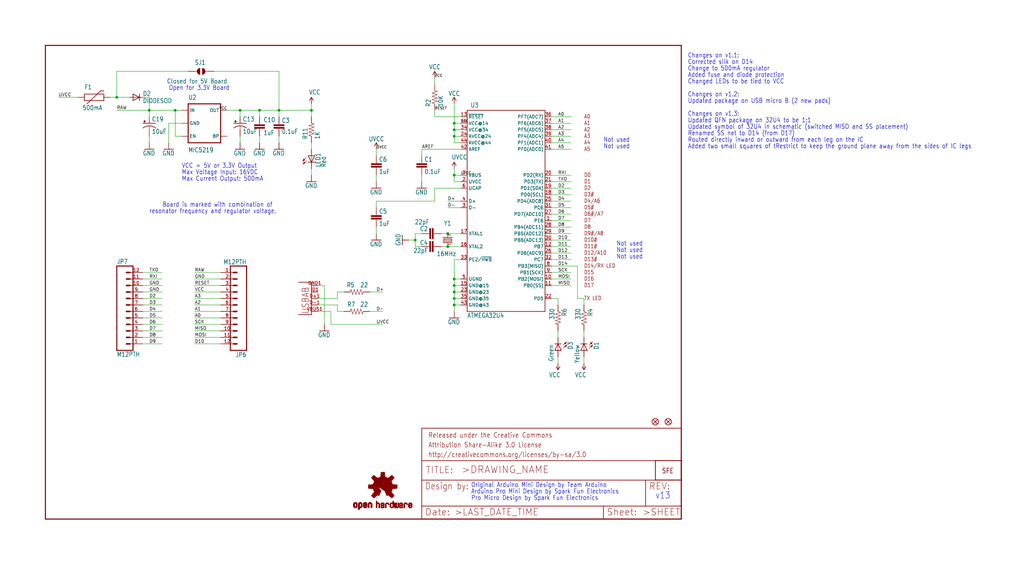
<source format=kicad_sch>
(kicad_sch (version 20211123) (generator eeschema)
  (paper "User" 400.863 223.926)
  (lib_symbols
    (symbol "eagleSchem-eagle-import:3.3V" (power)
      (property "Value" "3.3V" (at -1.016 3.556 0))
      (symbol "3.3V_1_0"
        (pin power_in line (at 0 0 90) (length 2.54) (name "3.3V") (number "1"))
      )
    )
    (symbol "eagleSchem-eagle-import:ATMEGA32U4OUTFAKES"
      (property "Value" "ATMEGA32U4OUTFAKES" (at -15.24 -43.18 0))
      (symbol "ATMEGA32U4OUTFAKES_1_0"
        (text "A0" (at 30.48 34.798 0) (effects (font (size 1.524 1.2954)) (justify left bottom)))
        (text "A1" (at 30.48 32.258 0) (effects (font (size 1.524 1.2954)) (justify left bottom)))
        (text "A2" (at 30.48 29.718 0) (effects (font (size 1.524 1.2954)) (justify left bottom)))
        (text "A3" (at 30.48 27.178 0) (effects (font (size 1.524 1.2954)) (justify left bottom)))
        (text "A4" (at 30.48 24.638 0) (effects (font (size 1.524 1.2954)) (justify left bottom)))
        (text "A5" (at 30.48 22.098 0) (effects (font (size 1.524 1.2954)) (justify left bottom)))
        (text "D0" (at 30.48 11.938 0) (effects (font (size 1.524 1.2954)) (justify left bottom)))
        (text "D1" (at 30.48 9.398 0) (effects (font (size 1.524 1.2954)) (justify left bottom)))
        (text "D10#" (at 30.48 -13.462 0) (effects (font (size 1.524 1.2954)) (justify left bottom)))
        (text "D11#" (at 30.48 -16.002 0) (effects (font (size 1.524 1.2954)) (justify left bottom)))
        (text "D12/A10" (at 30.48 -18.542 0) (effects (font (size 1.524 1.2954)) (justify left bottom)))
        (text "D13#" (at 30.48 -21.082 0) (effects (font (size 1.524 1.2954)) (justify left bottom)))
        (text "D14/RX LED" (at 30.48 -23.622 0) (effects (font (size 1.524 1.2954)) (justify left bottom)))
        (text "D15" (at 30.48 -26.162 0) (effects (font (size 1.524 1.2954)) (justify left bottom)))
        (text "D16" (at 30.48 -28.702 0) (effects (font (size 1.524 1.2954)) (justify left bottom)))
        (text "D17" (at 30.48 -31.242 0) (effects (font (size 1.524 1.2954)) (justify left bottom)))
        (text "D2" (at 30.48 6.858 0) (effects (font (size 1.524 1.2954)) (justify left bottom)))
        (text "D3#" (at 30.48 4.318 0) (effects (font (size 1.524 1.2954)) (justify left bottom)))
        (text "D4/A6" (at 30.48 1.778 0) (effects (font (size 1.524 1.2954)) (justify left bottom)))
        (text "D5#" (at 30.48 -0.762 0) (effects (font (size 1.524 1.2954)) (justify left bottom)))
        (text "D6#/A7" (at 30.48 -3.302 0) (effects (font (size 1.524 1.2954)) (justify left bottom)))
        (text "D7" (at 30.48 -5.842 0) (effects (font (size 1.524 1.2954)) (justify left bottom)))
        (text "D8" (at 30.48 -8.382 0) (effects (font (size 1.524 1.2954)) (justify left bottom)))
        (text "D9#/A8" (at 30.48 -10.922 0) (effects (font (size 1.524 1.2954)) (justify left bottom)))
        (text "TX LED" (at 30.48 -36.322 0) (effects (font (size 1.524 1.2954)) (justify left bottom)))
        (pin bidirectional line (at 17.78 -5.08 180) (length 2.54) (name "PE6") (number "1"))
        (pin bidirectional line (at 17.78 -27.94 180) (length 2.54) (name "PB2(MOSI)") (number "10"))
        (pin bidirectional line (at 17.78 -30.48 180) (length 2.54) (name "PB0(SS)") (number "11"))
        (pin bidirectional line (at 17.78 -15.24 180) (length 2.54) (name "PB7") (number "12"))
        (pin bidirectional line (at -17.78 35.56 0) (length 2.54) (name "~{RESET}") (number "13"))
        (pin bidirectional line (at -17.78 33.02 0) (length 2.54) (name "VCC@14") (number "14"))
        (pin bidirectional line (at -17.78 -30.48 0) (length 2.54) (name "GND@15") (number "15"))
        (pin bidirectional line (at -17.78 -15.24 0) (length 2.54) (name "XTAL2") (number "16"))
        (pin bidirectional line (at -17.78 -10.16 0) (length 2.54) (name "XTAL1") (number "17"))
        (pin bidirectional line (at 17.78 5.08 180) (length 2.54) (name "PD0(SCL)") (number "18"))
        (pin bidirectional line (at 17.78 7.62 180) (length 2.54) (name "PD1(SDA)") (number "19"))
        (pin bidirectional line (at -17.78 10.16 0) (length 2.54) (name "UVCC") (number "2"))
        (pin bidirectional line (at 17.78 12.7 180) (length 2.54) (name "PD2(RX)") (number "20"))
        (pin bidirectional line (at 17.78 10.16 180) (length 2.54) (name "PD3(TX)") (number "21"))
        (pin bidirectional line (at 17.78 -35.56 180) (length 2.54) (name "PD5") (number "22"))
        (pin bidirectional line (at -17.78 -33.02 0) (length 2.54) (name "GND@23") (number "23"))
        (pin bidirectional line (at -17.78 27.94 0) (length 2.54) (name "AVCC@24") (number "24"))
        (pin bidirectional line (at 17.78 2.54 180) (length 2.54) (name "PD4(ADC8)") (number "25"))
        (pin bidirectional line (at 17.78 -17.78 180) (length 2.54) (name "PD6(ADC9)") (number "26"))
        (pin bidirectional line (at 17.78 -2.54 180) (length 2.54) (name "PD7(ADC10)") (number "27"))
        (pin bidirectional line (at 17.78 -7.62 180) (length 2.54) (name "PB4(ADC11)") (number "28"))
        (pin bidirectional line (at 17.78 -10.16 180) (length 2.54) (name "PB5(ADC12)") (number "29"))
        (pin bidirectional line (at -17.78 0 0) (length 2.54) (name "D-") (number "3"))
        (pin bidirectional line (at 17.78 -12.7 180) (length 2.54) (name "PB6(ADC13)") (number "30"))
        (pin bidirectional line (at 17.78 0 180) (length 2.54) (name "PC6") (number "31"))
        (pin bidirectional line (at 17.78 -20.32 180) (length 2.54) (name "PC7") (number "32"))
        (pin bidirectional line (at -17.78 -20.32 0) (length 2.54) (name "PE2/~{HWB}") (number "33"))
        (pin bidirectional line (at -17.78 30.48 0) (length 2.54) (name "VCC@34") (number "34"))
        (pin bidirectional line (at -17.78 -35.56 0) (length 2.54) (name "GND@35") (number "35"))
        (pin bidirectional line (at 17.78 35.56 180) (length 2.54) (name "PF7(ADC7)") (number "36"))
        (pin bidirectional line (at 17.78 33.02 180) (length 2.54) (name "PF6(ADC6)") (number "37"))
        (pin bidirectional line (at 17.78 30.48 180) (length 2.54) (name "PF5(ADC5)") (number "38"))
        (pin bidirectional line (at 17.78 27.94 180) (length 2.54) (name "PF4(ADC4)") (number "39"))
        (pin bidirectional line (at -17.78 2.54 0) (length 2.54) (name "D+") (number "4"))
        (pin bidirectional line (at 17.78 25.4 180) (length 2.54) (name "PF1(ADC1)") (number "40"))
        (pin bidirectional line (at 17.78 22.86 180) (length 2.54) (name "PF0(ADC0)") (number "41"))
        (pin bidirectional line (at -17.78 22.86 0) (length 2.54) (name "AREF") (number "42"))
        (pin bidirectional line (at -17.78 -38.1 0) (length 2.54) (name "GND@43") (number "43"))
        (pin bidirectional line (at -17.78 25.4 0) (length 2.54) (name "AVCC@44") (number "44"))
        (pin bidirectional line (at -17.78 -27.94 0) (length 2.54) (name "UGND") (number "5"))
        (pin bidirectional line (at -17.78 7.62 0) (length 2.54) (name "UCAP") (number "6"))
        (pin bidirectional line (at -17.78 12.7 0) (length 2.54) (name "VBUS") (number "7"))
        (pin bidirectional line (at 17.78 -22.86 180) (length 2.54) (name "PB3(MISO)") (number "8"))
        (pin bidirectional line (at 17.78 -25.4 180) (length 2.54) (name "PB1(SCK)") (number "9"))
      )
    )
    (symbol "eagleSchem-eagle-import:CAP0603-CAP"
      (property "Reference" "C" (at 1.524 2.921 0))
      (property "Value" "CAP0603-CAP" (at 1.524 -2.159 0))
      (symbol "CAP0603-CAP_1_0"
        (pin passive line (at 0 5.08 270) (length 2.54) (name "1") (number "1"))
        (pin passive line (at 0 -2.54 90) (length 2.54) (name "2") (number "2"))
      )
    )
    (symbol "eagleSchem-eagle-import:CAP_POL1206"
      (property "Reference" "C" (at 1.016 0.635 0))
      (property "Value" "CAP_POL1206" (at 1.016 -4.191 0))
      (symbol "CAP_POL1206_1_0"
        (pin passive line (at 0 2.54 270) (length 2.54) (name "+") (number "A"))
        (pin passive line (at 0 -5.08 90) (length 2.54) (name "-") (number "C"))
      )
    )
    (symbol "eagleSchem-eagle-import:CRYSTAL5X3"
      (property "Reference" "Y" (at 2.54 1.016 0))
      (property "Value" "CRYSTAL5X3" (at 2.54 -2.54 0))
      (symbol "CRYSTAL5X3_1_0"
        (text "1" (at -2.159 -1.143 0) (effects (font (size 0.8636 0.734)) (justify left bottom)))
        (text "2" (at 1.524 -1.143 0) (effects (font (size 0.8636 0.734)) (justify left bottom)))
        (pin passive line (at -2.54 0 0) (length 0) (name "1") (number "1"))
        (pin passive line (at 2.54 0 180) (length 0) (name "2") (number "3"))
      )
    )
    (symbol "eagleSchem-eagle-import:DIODESOD"
      (property "Reference" "D" (at 2.54 0.4826 0))
      (property "Value" "DIODESOD" (at 2.54 -2.3114 0))
      (symbol "DIODESOD_1_0"
        (pin passive line (at 2.54 0 180) (length 2.54) (name "C") (number "1"))
        (pin passive line (at -2.54 0 0) (length 2.54) (name "A") (number "2"))
      )
    )
    (symbol "eagleSchem-eagle-import:FIDUCIALUFIDUCIAL")
    (symbol "eagleSchem-eagle-import:FRAME-LETTER"
      (symbol "FRAME-LETTER_2_0"
        (text ">DRAWING_NAME" (at 15.494 17.78 0) (effects (font (size 2.7432 2.7432)) (justify left bottom)))
        (text ">LAST_DATE_TIME" (at 12.7 1.27 0) (effects (font (size 2.54 2.54)) (justify left bottom)))
        (text ">SHEET" (at 86.36 1.27 0) (effects (font (size 2.54 2.54)) (justify left bottom)))
        (text "Attribution Share-Alike 3.0 License" (at 2.54 27.94 0) (effects (font (size 1.9304 1.6408)) (justify left bottom)))
        (text "Date:" (at 1.27 1.27 0) (effects (font (size 2.54 2.54)) (justify left bottom)))
        (text "Design by:" (at 1.27 11.43 0) (effects (font (size 2.54 2.159)) (justify left bottom)))
        (text "http://creativecommons.org/licenses/by-sa/3.0" (at 2.54 24.13 0) (effects (font (size 1.9304 1.6408)) (justify left bottom)))
        (text "Released under the Creative Commons" (at 2.54 31.75 0) (effects (font (size 1.9304 1.6408)) (justify left bottom)))
        (text "REV:" (at 88.9 11.43 0) (effects (font (size 2.54 2.54)) (justify left bottom)))
        (text "Sheet:" (at 72.39 1.27 0) (effects (font (size 2.54 2.54)) (justify left bottom)))
        (text "TITLE:" (at 1.524 17.78 0) (effects (font (size 2.54 2.54)) (justify left bottom)))
      )
    )
    (symbol "eagleSchem-eagle-import:GND" (power)
      (property "Value" "GND" (at -2.54 -2.54 0))
      (symbol "GND_1_0"
        (pin power_in line (at 0 2.54 270) (length 2.54) (name "GND") (number "1"))
      )
    )
    (symbol "eagleSchem-eagle-import:LED0603"
      (property "Reference" "LED" (at 3.556 -4.572 90))
      (property "Value" "LED0603" (at 5.715 -4.572 90))
      (symbol "LED0603_1_0"
        (pin passive line (at 0 2.54 270) (length 2.54) (name "A") (number "A"))
        (pin passive line (at 0 -5.08 90) (length 2.54) (name "C") (number "C"))
      )
    )
    (symbol "eagleSchem-eagle-import:LOGO-SFENEW"
      (symbol "LOGO-SFENEW_1_0"
        (text "SFE" (at 0 0 0) (effects (font (size 1.9304 1.6408)) (justify left bottom)))
      )
    )
    (symbol "eagleSchem-eagle-import:LOGO-SFESK"
      (symbol "LOGO-SFESK_1_0"
        (text "SFE" (at 0 0 0) (effects (font (size 1.9304 1.6408)) (justify left bottom)))
      )
    )
    (symbol "eagleSchem-eagle-import:M12PTH"
      (property "Reference" "JP" (at 0 16.002 0))
      (property "Value" "M12PTH" (at 0 -20.32 0))
      (symbol "M12PTH_1_0"
        (pin passive line (at 10.16 -15.24 180) (length 5.08) (name "1") (number "1"))
        (pin passive line (at 10.16 7.62 180) (length 5.08) (name "10") (number "10"))
        (pin passive line (at 10.16 10.16 180) (length 5.08) (name "11") (number "11"))
        (pin passive line (at 10.16 12.7 180) (length 5.08) (name "12") (number "12"))
        (pin passive line (at 10.16 -12.7 180) (length 5.08) (name "2") (number "2"))
        (pin passive line (at 10.16 -10.16 180) (length 5.08) (name "3") (number "3"))
        (pin passive line (at 10.16 -7.62 180) (length 5.08) (name "4") (number "4"))
        (pin passive line (at 10.16 -5.08 180) (length 5.08) (name "5") (number "5"))
        (pin passive line (at 10.16 -2.54 180) (length 5.08) (name "6") (number "6"))
        (pin passive line (at 10.16 0 180) (length 5.08) (name "7") (number "7"))
        (pin passive line (at 10.16 2.54 180) (length 5.08) (name "8") (number "8"))
        (pin passive line (at 10.16 5.08 180) (length 5.08) (name "9") (number "9"))
      )
    )
    (symbol "eagleSchem-eagle-import:OSHW-LOGOS")
    (symbol "eagleSchem-eagle-import:PTCSMD"
      (property "Reference" "F" (at -2.54 3.048 0))
      (property "Value" "PTCSMD" (at -3.302 -5.08 0))
      (symbol "PTCSMD_1_0"
        (pin bidirectional line (at -5.08 0 0) (length 2.54) (name "1") (number "1"))
        (pin bidirectional line (at 7.62 0 180) (length 2.54) (name "2") (number "2"))
      )
    )
    (symbol "eagleSchem-eagle-import:RESISTOR0603-RES"
      (property "Reference" "R" (at -3.81 1.4986 0))
      (property "Value" "RESISTOR0603-RES" (at -3.81 -3.302 0))
      (symbol "RESISTOR0603-RES_1_0"
        (pin passive line (at -5.08 0 0) (length 2.54) (name "1") (number "1"))
        (pin passive line (at 5.08 0 180) (length 2.54) (name "2") (number "2"))
      )
    )
    (symbol "eagleSchem-eagle-import:SOLDERJUMPERNC"
      (property "Reference" "SJ" (at -2.54 2.54 0))
      (property "Value" "SOLDERJUMPERNC" (at -2.54 -5.08 0))
      (symbol "SOLDERJUMPERNC_1_0"
        (pin passive line (at -5.08 0 0) (length 2.54) (name "1") (number "1"))
        (pin passive line (at 5.08 0 180) (length 2.54) (name "2") (number "2"))
      )
    )
    (symbol "eagleSchem-eagle-import:USB-ABIN&OUT"
      (symbol "USB-ABIN&OUT_1_0"
        (text "USBAB" (at 1.27 -6.096 900) (effects (font (size 2.54 2.159)) (justify left bottom)))
        (pin bidirectional line (at -5.08 0 0) (length 2.54) (name "D+") (number "D+1"))
        (pin bidirectional line (at -5.08 -2.54 0) (length 2.54) (name "D-") (number "D-1"))
        (pin bidirectional line (at -5.08 5.08 0) (length 2.54) (name "GND") (number "GND1"))
        (pin bidirectional line (at -5.08 2.54 0) (length 2.54) (name "USBID") (number "ID1"))
        (pin bidirectional line (at -5.08 -5.08 0) (length 2.54) (name "VBUS") (number "VBUS1"))
      )
    )
    (symbol "eagleSchem-eagle-import:VCC" (power)
      (property "Value" "VCC" (at -1.016 3.556 0))
      (symbol "VCC_1_0"
        (pin power_in line (at 0 0 90) (length 2.54) (name "VCC") (number "1"))
      )
    )
    (symbol "eagleSchem-eagle-import:V_REG_LDOSMD"
      (property "Reference" "U" (at -7.62 9.144 0))
      (property "Value" "V_REG_LDOSMD" (at -7.62 -11.43 0))
      (symbol "V_REG_LDOSMD_1_0"
        (pin input line (at -10.16 5.08 0) (length 2.54) (name "IN") (number "1"))
        (pin input line (at -10.16 0 0) (length 2.54) (name "GND") (number "2"))
        (pin input line (at -10.16 -5.08 0) (length 2.54) (name "EN") (number "3"))
        (pin input line (at 7.62 -5.08 180) (length 2.54) (name "BP") (number "4"))
        (pin passive line (at 7.62 5.08 180) (length 2.54) (name "OUT") (number "5"))
      )
    )
  )
  (junction (at 177.8 109.22))
  (junction (at 175.26 96.52))
  (junction (at 177.8 116.84))
  (junction (at 68.58 43.18))
  (junction (at 177.8 48.26))
  (junction (at 177.8 53.34))
  (junction (at 45.72 38.1))
  (junction (at 162.56 93.98))
  (junction (at 177.8 50.8))
  (junction (at 177.8 114.3))
  (junction (at 93.98 43.18))
  (junction (at 109.22 43.18))
  (junction (at 58.42 43.18))
  (junction (at 177.8 68.58))
  (junction (at 101.6 43.18))
  (junction (at 121.92 43.18))
  (junction (at 175.26 91.44))
  (junction (at 177.8 119.38))
  (junction (at 177.8 111.76))
  (wire (pts (xy 127 111.76) (xy 127 127)))
  (wire (pts (xy 68.58 43.18) (xy 71.12 43.18)))
  (wire (pts (xy 170.18 43.18) (xy 170.18 45.72)))
  (wire (pts (xy 55.88 114.3) (xy 63.5 114.3)))
  (wire (pts (xy 177.8 111.76) (xy 177.8 114.3)))
  (wire (pts (xy 86.36 127) (xy 76.2 127)))
  (wire (pts (xy 218.44 116.84) (xy 218.44 119.38)))
  (wire (pts (xy 93.98 55.88) (xy 93.98 53.34)))
  (wire (pts (xy 86.36 124.46) (xy 76.2 124.46)))
  (wire (pts (xy 124.46 121.92) (xy 129.54 121.92)))
  (wire (pts (xy 180.34 119.38) (xy 177.8 119.38)))
  (wire (pts (xy 45.72 38.1) (xy 50.8 38.1)))
  (wire (pts (xy 144.78 121.92) (xy 149.86 121.92)))
  (wire (pts (xy 58.42 43.18) (xy 45.72 43.18)))
  (wire (pts (xy 124.46 116.84) (xy 132.08 116.84)))
  (wire (pts (xy 55.88 121.92) (xy 63.5 121.92)))
  (wire (pts (xy 101.6 55.88) (xy 101.6 53.34)))
  (wire (pts (xy 177.8 101.6) (xy 177.8 109.22)))
  (wire (pts (xy 170.18 78.74) (xy 147.32 78.74)))
  (wire (pts (xy 228.6 132.08) (xy 228.6 129.54)))
  (wire (pts (xy 55.88 106.68) (xy 63.5 106.68)))
  (wire (pts (xy 215.9 99.06) (xy 223.52 99.06)))
  (wire (pts (xy 58.42 45.72) (xy 58.42 43.18)))
  (wire (pts (xy 215.9 93.98) (xy 223.52 93.98)))
  (wire (pts (xy 215.9 58.42) (xy 223.52 58.42)))
  (wire (pts (xy 180.34 78.74) (xy 175.26 78.74)))
  (wire (pts (xy 132.08 119.38) (xy 132.08 121.92)))
  (wire (pts (xy 177.8 71.12) (xy 177.8 68.58)))
  (wire (pts (xy 55.88 119.38) (xy 63.5 119.38)))
  (wire (pts (xy 215.9 91.44) (xy 223.52 91.44)))
  (wire (pts (xy 101.6 43.18) (xy 109.22 43.18)))
  (wire (pts (xy 215.9 78.74) (xy 223.52 78.74)))
  (wire (pts (xy 226.06 116.84) (xy 228.6 116.84)))
  (wire (pts (xy 228.6 142.24) (xy 228.6 139.7)))
  (wire (pts (xy 180.34 55.88) (xy 177.8 55.88)))
  (wire (pts (xy 86.36 129.54) (xy 76.2 129.54)))
  (wire (pts (xy 55.88 129.54) (xy 63.5 129.54)))
  (wire (pts (xy 55.88 134.62) (xy 63.5 134.62)))
  (wire (pts (xy 55.88 109.22) (xy 63.5 109.22)))
  (wire (pts (xy 180.34 96.52) (xy 175.26 96.52)))
  (wire (pts (xy 124.46 119.38) (xy 132.08 119.38)))
  (wire (pts (xy 147.32 58.42) (xy 147.32 60.96)))
  (wire (pts (xy 132.08 116.84) (xy 132.08 114.3)))
  (wire (pts (xy 215.9 109.22) (xy 223.52 109.22)))
  (wire (pts (xy 180.34 109.22) (xy 177.8 109.22)))
  (wire (pts (xy 58.42 55.88) (xy 58.42 53.34)))
  (wire (pts (xy 147.32 78.74) (xy 147.32 81.28)))
  (wire (pts (xy 58.42 38.1) (xy 55.88 38.1)))
  (wire (pts (xy 180.34 53.34) (xy 177.8 53.34)))
  (wire (pts (xy 55.88 127) (xy 63.5 127)))
  (wire (pts (xy 175.26 91.44) (xy 172.72 91.44)))
  (wire (pts (xy 215.9 68.58) (xy 223.52 68.58)))
  (wire (pts (xy 45.72 27.94) (xy 73.66 27.94)))
  (wire (pts (xy 93.98 43.18) (xy 93.98 45.72)))
  (wire (pts (xy 132.08 114.3) (xy 134.62 114.3)))
  (wire (pts (xy 58.42 43.18) (xy 68.58 43.18)))
  (wire (pts (xy 180.34 101.6) (xy 177.8 101.6)))
  (wire (pts (xy 215.9 83.82) (xy 223.52 83.82)))
  (wire (pts (xy 165.1 58.42) (xy 165.1 60.96)))
  (wire (pts (xy 180.34 91.44) (xy 175.26 91.44)))
  (wire (pts (xy 215.9 116.84) (xy 218.44 116.84)))
  (wire (pts (xy 165.1 96.52) (xy 162.56 96.52)))
  (wire (pts (xy 86.36 106.68) (xy 76.2 106.68)))
  (wire (pts (xy 55.88 124.46) (xy 63.5 124.46)))
  (wire (pts (xy 180.34 73.66) (xy 170.18 73.66)))
  (wire (pts (xy 30.48 38.1) (xy 22.86 38.1)))
  (wire (pts (xy 177.8 55.88) (xy 177.8 53.34)))
  (wire (pts (xy 71.12 53.34) (xy 68.58 53.34)))
  (wire (pts (xy 86.36 132.08) (xy 76.2 132.08)))
  (wire (pts (xy 86.36 109.22) (xy 76.2 109.22)))
  (wire (pts (xy 68.58 53.34) (xy 68.58 43.18)))
  (wire (pts (xy 180.34 114.3) (xy 177.8 114.3)))
  (wire (pts (xy 180.34 48.26) (xy 177.8 48.26)))
  (wire (pts (xy 124.46 111.76) (xy 127 111.76)))
  (wire (pts (xy 86.36 111.76) (xy 76.2 111.76)))
  (wire (pts (xy 121.92 43.18) (xy 121.92 40.64)))
  (wire (pts (xy 55.88 116.84) (xy 63.5 116.84)))
  (wire (pts (xy 147.32 91.44) (xy 147.32 88.9)))
  (wire (pts (xy 180.34 58.42) (xy 165.1 58.42)))
  (wire (pts (xy 55.88 111.76) (xy 63.5 111.76)))
  (wire (pts (xy 215.9 53.34) (xy 223.52 53.34)))
  (wire (pts (xy 86.36 134.62) (xy 76.2 134.62)))
  (wire (pts (xy 170.18 73.66) (xy 170.18 78.74)))
  (wire (pts (xy 228.6 116.84) (xy 228.6 119.38)))
  (wire (pts (xy 215.9 50.8) (xy 223.52 50.8)))
  (wire (pts (xy 215.9 55.88) (xy 223.52 55.88)))
  (wire (pts (xy 180.34 111.76) (xy 177.8 111.76)))
  (wire (pts (xy 218.44 132.08) (xy 218.44 129.54)))
  (wire (pts (xy 215.9 104.14) (xy 226.06 104.14)))
  (wire (pts (xy 55.88 132.08) (xy 63.5 132.08)))
  (wire (pts (xy 109.22 55.88) (xy 109.22 53.34)))
  (wire (pts (xy 215.9 101.6) (xy 223.52 101.6)))
  (wire (pts (xy 43.18 38.1) (xy 45.72 38.1)))
  (wire (pts (xy 215.9 96.52) (xy 223.52 96.52)))
  (wire (pts (xy 180.34 50.8) (xy 177.8 50.8)))
  (wire (pts (xy 160.02 93.98) (xy 162.56 93.98)))
  (wire (pts (xy 109.22 27.94) (xy 109.22 43.18)))
  (wire (pts (xy 177.8 48.26) (xy 177.8 40.64)))
  (wire (pts (xy 147.32 68.58) (xy 147.32 71.12)))
  (wire (pts (xy 86.36 116.84) (xy 76.2 116.84)))
  (wire (pts (xy 215.9 81.28) (xy 223.52 81.28)))
  (wire (pts (xy 71.12 48.26) (xy 66.04 48.26)))
  (wire (pts (xy 226.06 104.14) (xy 226.06 116.84)))
  (wire (pts (xy 45.72 38.1) (xy 45.72 27.94)))
  (wire (pts (xy 101.6 43.18) (xy 101.6 45.72)))
  (wire (pts (xy 218.44 142.24) (xy 218.44 139.7)))
  (wire (pts (xy 129.54 121.92) (xy 129.54 127)))
  (wire (pts (xy 83.82 27.94) (xy 109.22 27.94)))
  (wire (pts (xy 215.9 88.9) (xy 223.52 88.9)))
  (wire (pts (xy 129.54 127) (xy 149.86 127)))
  (wire (pts (xy 93.98 43.18) (xy 101.6 43.18)))
  (wire (pts (xy 177.8 50.8) (xy 177.8 48.26)))
  (wire (pts (xy 132.08 121.92) (xy 134.62 121.92)))
  (wire (pts (xy 165.1 91.44) (xy 162.56 91.44)))
  (wire (pts (xy 215.9 76.2) (xy 223.52 76.2)))
  (wire (pts (xy 177.8 119.38) (xy 177.8 121.92)))
  (wire (pts (xy 180.34 45.72) (xy 170.18 45.72)))
  (wire (pts (xy 177.8 66.04) (xy 177.8 68.58)))
  (wire (pts (xy 180.34 81.28) (xy 175.26 81.28)))
  (wire (pts (xy 109.22 45.72) (xy 109.22 43.18)))
  (wire (pts (xy 180.34 116.84) (xy 177.8 116.84)))
  (wire (pts (xy 88.9 43.18) (xy 93.98 43.18)))
  (wire (pts (xy 215.9 71.12) (xy 223.52 71.12)))
  (wire (pts (xy 215.9 106.68) (xy 223.52 106.68)))
  (wire (pts (xy 215.9 48.26) (xy 223.52 48.26)))
  (wire (pts (xy 177.8 116.84) (xy 177.8 119.38)))
  (wire (pts (xy 175.26 96.52) (xy 172.72 96.52)))
  (wire (pts (xy 121.92 43.18) (xy 121.92 45.72)))
  (wire (pts (xy 86.36 121.92) (xy 76.2 121.92)))
  (wire (pts (xy 58.42 43.18) (xy 58.42 38.1)))
  (wire (pts (xy 121.92 58.42) (xy 121.92 55.88)))
  (wire (pts (xy 215.9 111.76) (xy 223.52 111.76)))
  (wire (pts (xy 177.8 114.3) (xy 177.8 116.84)))
  (wire (pts (xy 66.04 48.26) (xy 66.04 55.88)))
  (wire (pts (xy 177.8 53.34) (xy 177.8 50.8)))
  (wire (pts (xy 177.8 109.22) (xy 177.8 111.76)))
  (wire (pts (xy 180.34 71.12) (xy 177.8 71.12)))
  (wire (pts (xy 86.36 114.3) (xy 76.2 114.3)))
  (wire (pts (xy 162.56 93.98) (xy 162.56 96.52)))
  (wire (pts (xy 121.92 68.58) (xy 121.92 66.04)))
  (wire (pts (xy 215.9 73.66) (xy 223.52 73.66)))
  (wire (pts (xy 109.22 43.18) (xy 121.92 43.18)))
  (wire (pts (xy 215.9 45.72) (xy 223.52 45.72)))
  (wire (pts (xy 165.1 71.12) (xy 165.1 68.58)))
  (wire (pts (xy 180.34 68.58) (xy 177.8 68.58)))
  (wire (pts (xy 144.78 114.3) (xy 149.86 114.3)))
  (wire (pts (xy 170.18 30.48) (xy 170.18 33.02)))
  (wire (pts (xy 162.56 91.44) (xy 162.56 93.98)))
  (wire (pts (xy 215.9 86.36) (xy 223.52 86.36)))
  (wire (pts (xy 86.36 119.38) (xy 76.2 119.38)))
  (text "Max Voltage Input: 16VDC" (at 71.12 68.58 180) (effects (font (size 1.778 1.5113)) (justify left bottom)))
  (text "v13" (at 256.54 195.58 180) (effects (font (size 2.54 2.159)) (justify left bottom)))
  (text "Not used" (at 241.3 99.06 180) (effects (font (size 1.778 1.5113)) (justify left bottom)))
  (text "Open for 3.3V Board" (at 66.04 35.56 180) (effects (font (size 1.778 1.5113)) (justify left bottom)))
  (text "Original Arduino Mini Design by Team Arduino" (at 184.404 191.008 180) (effects (font (size 1.778 1.5113)) (justify left bottom)))
  (text "VCC = 5V or 3.3V Output" (at 71.12 66.04 180) (effects (font (size 1.778 1.5113)) (justify left bottom)))
  (text "Not used" (at 241.3 96.52 180) (effects (font (size 1.778 1.5113)) (justify left bottom)))
  (text "Routed directly inward or outward from each leg on the IC" (at 269.24 55.88 0) (effects (font (size 1.778 1.5113)) (justify left bottom)))
  (text "Updated QFN package on 32U4 to be 1:1" (at 269.24 48.26 180) (effects (font (size 1.778 1.5113)) (justify left bottom)))
  (text "Updated symbol of 32U4 in schematic (switched MISO and SS placement)" (at 269.24 50.8 0) (effects (font (size 1.778 1.5113)) (justify left bottom)))
  (text "Updated package on USB micro B (2 new pads)" (at 269.24 40.64 180) (effects (font (size 1.778 1.5113)) (justify left bottom)))
  (text "Changes on v1.2:" (at 269.24 38.1 180) (effects (font (size 1.778 1.5113)) (justify left bottom)))
  (text "Arduino Pro Mini Design by Spark Fun Electronics" (at 184.404 193.548 180) (effects (font (size 1.778 1.5113)) (justify left bottom)))
  (text "Added two small squares of tRestrict to keep the ground plane away from the sides of IC legs" (at 269.24 58.42 0) (effects (font (size 1.778 1.5113)) (justify left bottom)))
  (text "Added fuse and diode protection" (at 269.24 30.48 180) (effects (font (size 1.778 1.5113)) (justify left bottom)))
  (text "Changes on v1.1:" (at 269.24 22.86 180) (effects (font (size 1.778 1.5113)) (justify left bottom)))
  (text "Change to 500mA regulator" (at 269.24 27.94 180) (effects (font (size 1.778 1.5113)) (justify left bottom)))
  (text "Pro Micro Design by Spark Fun Electronics" (at 184.404 196.088 180) (effects (font (size 1.778 1.5113)) (justify left bottom)))
  (text "Max Current Output: 500mA" (at 71.12 71.12 180) (effects (font (size 1.778 1.5113)) (justify left bottom)))
  (text "Changes on v1.3:" (at 269.24 45.72 180) (effects (font (size 1.778 1.5113)) (justify left bottom)))
  (text "resonator frequency and regulator voltage." (at 58.42 83.82 180) (effects (font (size 1.778 1.5113)) (justify left bottom)))
  (text "Not used" (at 236.22 58.42 180) (effects (font (size 1.778 1.5113)) (justify left bottom)))
  (text "Not used" (at 236.22 55.88 180) (effects (font (size 1.778 1.5113)) (justify left bottom)))
  (text "Changed LEDs to be tied to VCC" (at 269.24 33.02 180) (effects (font (size 1.778 1.5113)) (justify left bottom)))
  (text "Not used" (at 241.3 101.6 180) (effects (font (size 1.778 1.5113)) (justify left bottom)))
  (text "Board is marked with combination of" (at 63.5 81.28 180) (effects (font (size 1.778 1.5113)) (justify left bottom)))
  (text "Renamed SS net to D14 (from D17)" (at 269.24 53.34 180) (effects (font (size 1.778 1.5113)) (justify left bottom)))
  (text "Corrected silk on D14" (at 269.24 25.4 180) (effects (font (size 1.778 1.5113)) (justify left bottom)))
  (label "D5" (at 218.44 81.28 0) (effects (font (size 1.2446 1.2446))))
  (label "VCC" (at 180.34 48.26 0) (effects (font (size 1.016 1.016))))
  (label "D6" (at 218.44 83.82 0) (effects (font (size 1.2446 1.2446))))
  (label "GND" (at 58.42 111.76 0) (effects (font (size 1.2446 1.2446))))
  (label "D7" (at 218.44 86.36 0) (effects (font (size 1.2446 1.2446))))
  (label "A1" (at 76.2 121.92 0) (effects (font (size 1.2446 1.2446))))
  (label "D+" (at 147.32 114.3 0) (effects (font (size 1.2446 1.2446))))
  (label "D8" (at 218.44 88.9 0) (effects (font (size 1.2446 1.2446))))
  (label "D7" (at 58.42 129.54 0) (effects (font (size 1.2446 1.2446))))
  (label "RXI" (at 218.44 68.58 0) (effects (font (size 1.2446 1.2446))))
  (label "D11" (at 218.44 96.52 0) (effects (font (size 1.2446 1.2446))))
  (label "A1" (at 218.44 48.26 0) (effects (font (size 1.2446 1.2446))))
  (label "D3" (at 58.42 119.38 0) (effects (font (size 1.2446 1.2446))))
  (label "D14" (at 218.44 104.14 0) (effects (font (size 1.2446 1.2446))))
  (label "MOSI" (at 76.2 132.08 0) (effects (font (size 1.2446 1.2446))))
  (label "VCC" (at 170.18 30.48 0) (effects (font (size 1.016 1.016))))
  (label "RAW" (at 76.2 106.68 0) (effects (font (size 1.2446 1.2446))))
  (label "A0" (at 76.2 124.46 0) (effects (font (size 1.2446 1.2446))))
  (label "UVCC" (at 22.86 38.1 0) (effects (font (size 1.2446 1.2446))))
  (label "GND" (at 76.2 109.22 0) (effects (font (size 1.2446 1.2446))))
  (label "A4" (at 218.44 55.88 0) (effects (font (size 1.2446 1.2446))))
  (label "MISO" (at 76.2 129.54 0) (effects (font (size 1.2446 1.2446))))
  (label "VCC" (at 88.9 43.18 180) (effects (font (size 1.016 1.016))))
  (label "RXI" (at 58.42 109.22 0) (effects (font (size 1.2446 1.2446))))
  (label "D2" (at 218.44 73.66 0) (effects (font (size 1.2446 1.2446))))
  (label "D2" (at 58.42 116.84 0) (effects (font (size 1.2446 1.2446))))
  (label "D+" (at 175.26 78.74 0) (effects (font (size 1.2446 1.2446))))
  (label "RESET" (at 76.2 111.76 0) (effects (font (size 1.2446 1.2446))))
  (label "TXO" (at 218.44 71.12 0) (effects (font (size 1.2446 1.2446))))
  (label "D-" (at 175.26 81.28 0) (effects (font (size 1.2446 1.2446))))
  (label "SCK" (at 76.2 127 0) (effects (font (size 1.2446 1.2446))))
  (label "TXO" (at 58.42 106.68 0) (effects (font (size 1.2446 1.2446))))
  (label "D6" (at 58.42 127 0) (effects (font (size 1.2446 1.2446))))
  (label "D10" (at 76.2 134.62 0) (effects (font (size 1.2446 1.2446))))
  (label "D9" (at 218.44 91.44 0) (effects (font (size 1.2446 1.2446))))
  (label "MISO" (at 218.44 111.76 0) (effects (font (size 1.2446 1.2446))))
  (label "A2" (at 76.2 119.38 0) (effects (font (size 1.2446 1.2446))))
  (label "RESET" (at 170.18 43.18 0) (effects (font (size 1.016 1.016))))
  (label "AREF" (at 165.1 58.42 0) (effects (font (size 1.2446 1.2446))))
  (label "D3" (at 218.44 76.2 0) (effects (font (size 1.2446 1.2446))))
  (label "A5" (at 218.44 58.42 0) (effects (font (size 1.2446 1.2446))))
  (label "D12" (at 218.44 99.06 0) (effects (font (size 1.2446 1.2446))))
  (label "A2" (at 218.44 50.8 0) (effects (font (size 1.2446 1.2446))))
  (label "UVCC" (at 147.32 58.42 0) (effects (font (size 1.016 1.016))))
  (label "A3" (at 76.2 116.84 0) (effects (font (size 1.2446 1.2446))))
  (label "D13" (at 218.44 101.6 0) (effects (font (size 1.2446 1.2446))))
  (label "SCK" (at 218.44 106.68 0) (effects (font (size 1.2446 1.2446))))
  (label "MOSI" (at 218.44 109.22 0) (effects (font (size 1.2446 1.2446))))
  (label "RAW" (at 45.72 43.18 0) (effects (font (size 1.2446 1.2446))))
  (label "UVCC" (at 147.32 127 0) (effects (font (size 1.2446 1.2446))))
  (label "D8" (at 58.42 132.08 0) (effects (font (size 1.2446 1.2446))))
  (label "UVCC" (at 180.34 68.58 0) (effects (font (size 1.016 1.016))))
  (label "D-" (at 147.32 121.92 0) (effects (font (size 1.2446 1.2446))))
  (label "A0" (at 218.44 45.72 0) (effects (font (size 1.2446 1.2446))))
  (label "D9" (at 58.42 134.62 0) (effects (font (size 1.2446 1.2446))))
  (label "D4" (at 58.42 121.92 0) (effects (font (size 1.2446 1.2446))))
  (label "A3" (at 218.44 53.34 0) (effects (font (size 1.2446 1.2446))))
  (label "D4" (at 218.44 78.74 0) (effects (font (size 1.2446 1.2446))))
  (label "D5" (at 58.42 124.46 0) (effects (font (size 1.2446 1.2446))))
  (label "D10" (at 218.44 93.98 0) (effects (font (size 1.2446 1.2446))))
  (label "VCC" (at 76.2 114.3 0) (effects (font (size 1.2446 1.2446))))
  (label "GND" (at 58.42 114.3 0) (effects (font (size 1.2446 1.2446))))
  (symbol (lib_id "eagleSchem-eagle-import:GND") (at 66.04 58.42 0) (unit 1)
    (property "Reference" "#GND30" (effects hide))
    (property "Value" "GND" (at 63.5 60.96 0) (effects (font (size 1.778 1.5113)) (justify left bottom)))
    (property "Footprint" "eagleSchem:" (effects hide))
  )
  (symbol (lib_id "eagleSchem-eagle-import:GND") (at 101.6 58.42 0) (unit 1)
    (property "Reference" "#GND26" (effects hide))
    (property "Value" "GND" (at 99.06 60.96 0) (effects (font (size 1.778 1.5113)) (justify left bottom)))
    (property "Footprint" "eagleSchem:" (effects hide))
  )
  (symbol (lib_id "eagleSchem-eagle-import:V_REG_LDOSMD") (at 81.28 48.26 0) (unit 1)
    (property "Reference" "U2" (at 73.66 39.116 0) (effects (font (size 1.778 1.5113)) (justify left bottom)))
    (property "Value" "MIC5219" (at 73.66 59.69 0) (effects (font (size 1.778 1.5113)) (justify left bottom)))
    (property "Footprint" "eagleSchem:SOT23-5" (effects hide))
  )
  (symbol (lib_id "eagleSchem-eagle-import:CAP0603-CAP") (at 147.32 63.5 180) (unit 1)
    (property "Reference" "C6" (at 148.336 63.373 0) (effects (font (size 1.778 1.5113)) (justify right top)))
    (property "Value" "1uF" (at 148.336 68.199 0) (effects (font (size 1.778 1.5113)) (justify right top)))
    (property "Footprint" "eagleSchem:0603-CAP" (effects hide))
  )
  (symbol (lib_id "eagleSchem-eagle-import:USB-ABIN&OUT") (at 119.38 116.84 0) (mirror y) (unit 1)
    (property "Reference" "X1" (effects hide))
    (property "Value" "USB-ABIN&OUT" (effects hide))
    (property "Footprint" "eagleSchem:USB-AB-MICRO-SMD-V03-IN&OUT" (effects hide))
  )
  (symbol (lib_id "eagleSchem-eagle-import:RESISTOR0603-RES") (at 228.6 124.46 270) (unit 1)
    (property "Reference" "R4" (at 230.0986 120.65 0) (effects (font (size 1.778 1.5113)) (justify left bottom)))
    (property "Value" "330" (at 225.298 120.65 0) (effects (font (size 1.778 1.5113)) (justify left bottom)))
    (property "Footprint" "eagleSchem:0603-RES" (effects hide))
  )
  (symbol (lib_id "eagleSchem-eagle-import:LOGO-SFESK") (at 259.08 185.42 0) (unit 1)
    (property "Reference" "U$1" (effects hide))
    (property "Value" "LOGO-SFESK" (effects hide))
    (property "Footprint" "eagleSchem:SFE-LOGO-FLAME" (effects hide))
  )
  (symbol (lib_id "eagleSchem-eagle-import:GND") (at 165.1 73.66 0) (unit 1)
    (property "Reference" "#GND7" (effects hide))
    (property "Value" "GND" (at 162.56 76.2 0) (effects (font (size 1.778 1.5113)) (justify left bottom)))
    (property "Footprint" "eagleSchem:" (effects hide))
  )
  (symbol (lib_id "eagleSchem-eagle-import:3.3V") (at 177.8 40.64 0) (unit 1)
    (property "Reference" "#P+4" (effects hide))
    (property "Value" "VCC" (at 175.514 37.592 0) (effects (font (size 1.778 1.5113)) (justify left bottom)))
    (property "Footprint" "eagleSchem:" (effects hide))
  )
  (symbol (lib_id "eagleSchem-eagle-import:GND") (at 147.32 73.66 0) (unit 1)
    (property "Reference" "#GND9" (effects hide))
    (property "Value" "GND" (at 144.78 76.2 0) (effects (font (size 1.778 1.5113)) (justify left bottom)))
    (property "Footprint" "eagleSchem:" (effects hide))
  )
  (symbol (lib_id "eagleSchem-eagle-import:CAP0603-CAP") (at 101.6 50.8 0) (unit 1)
    (property "Reference" "C10" (at 103.124 47.879 0) (effects (font (size 1.778 1.5113)) (justify left bottom)))
    (property "Value" "1uF" (at 103.124 52.959 0) (effects (font (size 1.778 1.5113)) (justify left bottom)))
    (property "Footprint" "eagleSchem:0603-CAP" (effects hide))
  )
  (symbol (lib_id "eagleSchem-eagle-import:FIDUCIALUFIDUCIAL") (at 261.62 165.1 0) (unit 1)
    (property "Reference" "JP2" (effects hide))
    (property "Value" "FIDUCIALUFIDUCIAL" (effects hide))
    (property "Footprint" "eagleSchem:MICRO-FIDUCIAL" (effects hide))
  )
  (symbol (lib_id "eagleSchem-eagle-import:VCC") (at 218.44 142.24 180) (unit 1)
    (property "Reference" "#P+1" (effects hide))
    (property "Value" "VCC" (at 219.456 145.796 0) (effects (font (size 1.778 1.5113)) (justify left bottom)))
    (property "Footprint" "eagleSchem:" (effects hide))
  )
  (symbol (lib_id "eagleSchem-eagle-import:CAP0603-CAP") (at 167.64 91.44 270) (unit 1)
    (property "Reference" "C2" (at 164.338 90.551 90) (effects (font (size 1.778 1.5113)) (justify left bottom)))
    (property "Value" "22pF" (at 162.306 87.884 90) (effects (font (size 1.778 1.5113)) (justify left bottom)))
    (property "Footprint" "eagleSchem:0603-CAP" (effects hide))
  )
  (symbol (lib_id "eagleSchem-eagle-import:CAP0603-CAP") (at 165.1 63.5 180) (unit 1)
    (property "Reference" "C1" (at 166.116 63.373 0) (effects (font (size 1.778 1.5113)) (justify right top)))
    (property "Value" "0.1uF" (at 166.116 68.199 0) (effects (font (size 1.778 1.5113)) (justify right top)))
    (property "Footprint" "eagleSchem:0603-CAP" (effects hide))
  )
  (symbol (lib_id "eagleSchem-eagle-import:GND") (at 127 129.54 0) (unit 1)
    (property "Reference" "#GND3" (effects hide))
    (property "Value" "GND" (at 124.46 132.08 0) (effects (font (size 1.778 1.5113)) (justify left bottom)))
    (property "Footprint" "eagleSchem:" (effects hide))
  )
  (symbol (lib_id "eagleSchem-eagle-import:PTCSMD") (at 35.56 38.1 0) (unit 1)
    (property "Reference" "F1" (at 33.02 35.052 0) (effects (font (size 1.778 1.5113)) (justify left bottom)))
    (property "Value" "500mA" (at 32.258 43.18 0) (effects (font (size 1.778 1.5113)) (justify left bottom)))
    (property "Footprint" "eagleSchem:PTC-1206" (effects hide))
  )
  (symbol (lib_id "eagleSchem-eagle-import:GND") (at 58.42 58.42 0) (unit 1)
    (property "Reference" "#GND32" (effects hide))
    (property "Value" "GND" (at 55.88 60.96 0) (effects (font (size 1.778 1.5113)) (justify left bottom)))
    (property "Footprint" "eagleSchem:" (effects hide))
  )
  (symbol (lib_id "eagleSchem-eagle-import:M12PTH") (at 96.52 121.92 180) (unit 1)
    (property "Reference" "JP6" (at 96.52 137.922 0) (effects (font (size 1.778 1.5113)) (justify left bottom)))
    (property "Value" "M12PTH" (at 96.52 101.6 0) (effects (font (size 1.778 1.5113)) (justify left bottom)))
    (property "Footprint" "eagleSchem:1X12" (effects hide))
  )
  (symbol (lib_id "eagleSchem-eagle-import:RESISTOR0603-RES") (at 121.92 50.8 90) (unit 1)
    (property "Reference" "R11" (at 120.4214 54.61 0) (effects (font (size 1.778 1.5113)) (justify left bottom)))
    (property "Value" "1K" (at 125.222 54.61 0) (effects (font (size 1.778 1.5113)) (justify left bottom)))
    (property "Footprint" "eagleSchem:0603-RES" (effects hide))
  )
  (symbol (lib_id "eagleSchem-eagle-import:RESISTOR0603-RES") (at 139.7 114.3 180) (unit 1)
    (property "Reference" "R5" (at 135.636 112.522 0) (effects (font (size 1.778 1.5113)) (justify right top)))
    (property "Value" "22" (at 140.97 112.522 0) (effects (font (size 1.778 1.5113)) (justify right top)))
    (property "Footprint" "eagleSchem:0603-RES" (effects hide))
  )
  (symbol (lib_id "eagleSchem-eagle-import:3.3V") (at 147.32 58.42 0) (unit 1)
    (property "Reference" "#UVCC1" (effects hide))
    (property "Value" "UVCC" (at 144.272 55.372 0) (effects (font (size 1.778 1.5113)) (justify left bottom)))
    (property "Footprint" "eagleSchem:" (effects hide))
  )
  (symbol (lib_id "eagleSchem-eagle-import:RESISTOR0603-RES") (at 170.18 38.1 90) (unit 1)
    (property "Reference" "R2" (at 168.6814 41.91 0) (effects (font (size 1.778 1.5113)) (justify left bottom)))
    (property "Value" "10K" (at 173.482 41.91 0) (effects (font (size 1.778 1.5113)) (justify left bottom)))
    (property "Footprint" "eagleSchem:0603-RES" (effects hide))
  )
  (symbol (lib_id "eagleSchem-eagle-import:3.3V") (at 177.8 66.04 0) (unit 1)
    (property "Reference" "#UVCC0" (effects hide))
    (property "Value" "UVCC" (at 176.784 62.484 0) (effects (font (size 1.778 1.5113)) (justify left bottom)))
    (property "Footprint" "eagleSchem:" (effects hide))
  )
  (symbol (lib_id "eagleSchem-eagle-import:FRAME-LETTER") (at 17.78 203.2 0) (unit 1)
    (property "Reference" "FRAME1" (effects hide))
    (property "Value" "FRAME-LETTER" (effects hide))
    (property "Footprint" "eagleSchem:CREATIVE_COMMONS" (effects hide))
  )
  (symbol (lib_id "eagleSchem-eagle-import:LED0603") (at 228.6 137.16 180) (unit 1)
    (property "Reference" "D1" (at 234.442 136.906 90) (effects (font (size 1.778 1.5113)) (justify right top)))
    (property "Value" "Yellow" (at 224.917 134.874 90) (effects (font (size 1.778 1.5113)) (justify left bottom)))
    (property "Footprint" "eagleSchem:LED-0603" (effects hide))
  )
  (symbol (lib_id "eagleSchem-eagle-import:CAP0603-CAP") (at 167.64 96.52 270) (unit 1)
    (property "Reference" "C4" (at 164.338 96.012 90) (effects (font (size 1.778 1.5113)) (justify left bottom)))
    (property "Value" "22pF" (at 161.798 99.06 90) (effects (font (size 1.778 1.5113)) (justify left bottom)))
    (property "Footprint" "eagleSchem:0603-CAP" (effects hide))
  )
  (symbol (lib_id "eagleSchem-eagle-import:CAP0603-CAP") (at 147.32 83.82 180) (unit 1)
    (property "Reference" "C5" (at 148.336 83.693 0) (effects (font (size 1.778 1.5113)) (justify right top)))
    (property "Value" "1uF" (at 148.336 88.519 0) (effects (font (size 1.778 1.5113)) (justify right top)))
    (property "Footprint" "eagleSchem:0603-CAP" (effects hide))
  )
  (symbol (lib_id "eagleSchem-eagle-import:OSHW-LOGOS") (at 149.86 190.5 0) (unit 1)
    (property "Reference" "U$3" (effects hide))
    (property "Value" "OSHW-LOGOS" (effects hide))
    (property "Footprint" "eagleSchem:OSHW-LOGO-S" (effects hide))
  )
  (symbol (lib_id "eagleSchem-eagle-import:3.3V") (at 121.92 40.64 0) (unit 1)
    (property "Reference" "#P+12" (effects hide))
    (property "Value" "VCC" (at 120.904 37.084 0) (effects (font (size 1.778 1.5113)) (justify left bottom)))
    (property "Footprint" "eagleSchem:" (effects hide))
  )
  (symbol (lib_id "eagleSchem-eagle-import:3.3V") (at 170.18 30.48 0) (unit 1)
    (property "Reference" "#P+11" (effects hide))
    (property "Value" "VCC" (at 167.894 27.178 0) (effects (font (size 1.778 1.5113)) (justify left bottom)))
    (property "Footprint" "eagleSchem:" (effects hide))
  )
  (symbol (lib_id "eagleSchem-eagle-import:VCC") (at 228.6 142.24 180) (unit 1)
    (property "Reference" "#P+2" (effects hide))
    (property "Value" "VCC" (at 229.616 145.796 0) (effects (font (size 1.778 1.5113)) (justify left bottom)))
    (property "Footprint" "eagleSchem:" (effects hide))
  )
  (symbol (lib_id "eagleSchem-eagle-import:ATMEGA32U4OUTFAKES") (at 198.12 81.28 0) (unit 1)
    (property "Reference" "U3" (at 184.15 42.164 0) (effects (font (size 1.778 1.5113)) (justify left bottom)))
    (property "Value" "ATMEGA32U4" (at 182.88 124.46 0) (effects (font (size 1.778 1.5113)) (justify left bottom)))
    (property "Footprint" "eagleSchem:QFN-44-NOPAD_1_1-OUTFAKES" (effects hide))
  )
  (symbol (lib_id "eagleSchem-eagle-import:CAP_POL1206") (at 93.98 48.26 0) (unit 1)
    (property "Reference" "C13" (at 94.996 47.625 0) (effects (font (size 1.778 1.5113)) (justify left bottom)))
    (property "Value" "10uF" (at 94.996 52.451 0) (effects (font (size 1.778 1.5113)) (justify left bottom)))
    (property "Footprint" "eagleSchem:EIA3216" (effects hide))
  )
  (symbol (lib_id "eagleSchem-eagle-import:GND") (at 147.32 93.98 0) (unit 1)
    (property "Reference" "#GND6" (effects hide))
    (property "Value" "GND" (at 144.78 96.52 0) (effects (font (size 1.778 1.5113)) (justify left bottom)))
    (property "Footprint" "eagleSchem:" (effects hide))
  )
  (symbol (lib_id "eagleSchem-eagle-import:GND") (at 93.98 58.42 0) (unit 1)
    (property "Reference" "#GND25" (effects hide))
    (property "Value" "GND" (at 91.44 60.96 0) (effects (font (size 1.778 1.5113)) (justify left bottom)))
    (property "Footprint" "eagleSchem:" (effects hide))
  )
  (symbol (lib_id "eagleSchem-eagle-import:FRAME-LETTER") (at 165.1 203.2 0) (unit 2)
    (property "Reference" "FRAME1" (effects hide))
    (property "Value" "FRAME-LETTER" (effects hide))
    (property "Footprint" "eagleSchem:CREATIVE_COMMONS" (effects hide))
  )
  (symbol (lib_id "eagleSchem-eagle-import:GND") (at 109.22 58.42 0) (unit 1)
    (property "Reference" "#GND1" (effects hide))
    (property "Value" "GND" (at 106.68 60.96 0) (effects (font (size 1.778 1.5113)) (justify left bottom)))
    (property "Footprint" "eagleSchem:" (effects hide))
  )
  (symbol (lib_id "eagleSchem-eagle-import:CAP0603-CAP") (at 109.22 48.26 180) (unit 1)
    (property "Reference" "C3" (at 110.236 48.133 0) (effects (font (size 1.778 1.5113)) (justify right top)))
    (property "Value" "0.1uF" (at 110.236 52.451 0) (effects (font (size 1.778 1.5113)) (justify right top)))
    (property "Footprint" "eagleSchem:0603-CAP" (effects hide))
  )
  (symbol (lib_id "eagleSchem-eagle-import:RESISTOR0603-RES") (at 139.7 121.92 180) (unit 1)
    (property "Reference" "R7" (at 135.89 120.142 0) (effects (font (size 1.778 1.5113)) (justify right top)))
    (property "Value" "22" (at 140.97 120.142 0) (effects (font (size 1.778 1.5113)) (justify right top)))
    (property "Footprint" "eagleSchem:0603-RES" (effects hide))
  )
  (symbol (lib_id "eagleSchem-eagle-import:GND") (at 177.8 124.46 0) (unit 1)
    (property "Reference" "#GND2" (effects hide))
    (property "Value" "GND" (at 175.26 127 0) (effects (font (size 1.778 1.5113)) (justify left bottom)))
    (property "Footprint" "eagleSchem:" (effects hide))
  )
  (symbol (lib_id "eagleSchem-eagle-import:CRYSTAL5X3") (at 175.26 93.98 90) (unit 1)
    (property "Reference" "Y1" (at 173.736 88.392 90) (effects (font (size 1.778 1.5113)) (justify right top)))
    (property "Value" "16MHz" (at 170.942 100.33 90) (effects (font (size 1.778 1.5113)) (justify right top)))
    (property "Footprint" "eagleSchem:CRYSTAL-SMD-5X3" (effects hide))
  )
  (symbol (lib_id "eagleSchem-eagle-import:LED0603") (at 121.92 60.96 0) (unit 1)
    (property "Reference" "LED1" (at 125.476 65.532 90) (effects (font (size 1.778 1.5113)) (justify left bottom)))
    (property "Value" "Red" (at 127.635 65.532 90) (effects (font (size 1.778 1.5113)) (justify left bottom)))
    (property "Footprint" "eagleSchem:LED-0603" (effects hide))
  )
  (symbol (lib_id "eagleSchem-eagle-import:GND") (at 157.48 93.98 270) (unit 1)
    (property "Reference" "#GND4" (effects hide))
    (property "Value" "GND" (at 154.94 91.44 0) (effects (font (size 1.778 1.5113)) (justify left bottom)))
    (property "Footprint" "eagleSchem:" (effects hide))
  )
  (symbol (lib_id "eagleSchem-eagle-import:DIODESOD") (at 53.34 38.1 0) (unit 1)
    (property "Reference" "D2" (at 55.88 37.6174 0) (effects (font (size 1.778 1.5113)) (justify left bottom)))
    (property "Value" "DIODESOD" (at 55.88 40.4114 0) (effects (font (size 1.778 1.5113)) (justify left bottom)))
    (property "Footprint" "eagleSchem:SOD-323" (effects hide))
  )
  (symbol (lib_id "eagleSchem-eagle-import:GND") (at 121.92 71.12 0) (unit 1)
    (property "Reference" "#GND28" (effects hide))
    (property "Value" "GND" (at 119.38 73.66 0) (effects (font (size 1.778 1.5113)) (justify left bottom)))
    (property "Footprint" "eagleSchem:" (effects hide))
  )
  (symbol (lib_id "eagleSchem-eagle-import:CAP_POL1206") (at 58.42 48.26 0) (unit 1)
    (property "Reference" "C19" (at 59.436 47.625 0) (effects (font (size 1.778 1.5113)) (justify left bottom)))
    (property "Value" "10uF" (at 59.436 52.451 0) (effects (font (size 1.778 1.5113)) (justify left bottom)))
    (property "Footprint" "eagleSchem:EIA3216" (effects hide))
  )
  (symbol (lib_id "eagleSchem-eagle-import:RESISTOR0603-RES") (at 218.44 124.46 270) (unit 1)
    (property "Reference" "R6" (at 219.9386 120.65 0) (effects (font (size 1.778 1.5113)) (justify left bottom)))
    (property "Value" "330" (at 215.138 120.65 0) (effects (font (size 1.778 1.5113)) (justify left bottom)))
    (property "Footprint" "eagleSchem:0603-RES" (effects hide))
  )
  (symbol (lib_id "eagleSchem-eagle-import:LED0603") (at 218.44 137.16 180) (unit 1)
    (property "Reference" "D3" (at 224.282 136.906 90) (effects (font (size 1.778 1.5113)) (justify right top)))
    (property "Value" "Green" (at 214.757 134.874 90) (effects (font (size 1.778 1.5113)) (justify left bottom)))
    (property "Footprint" "eagleSchem:LED-0603" (effects hide))
  )
  (symbol (lib_id "eagleSchem-eagle-import:M12PTH") (at 45.72 119.38 0) (unit 1)
    (property "Reference" "JP7" (at 45.72 103.378 0) (effects (font (size 1.778 1.5113)) (justify left bottom)))
    (property "Value" "M12PTH" (at 45.72 139.7 0) (effects (font (size 1.778 1.5113)) (justify left bottom)))
    (property "Footprint" "eagleSchem:1X12" (effects hide))
  )
  (symbol (lib_id "eagleSchem-eagle-import:FIDUCIALUFIDUCIAL") (at 256.54 165.1 0) (unit 1)
    (property "Reference" "JP1" (effects hide))
    (property "Value" "FIDUCIALUFIDUCIAL" (effects hide))
    (property "Footprint" "eagleSchem:MICRO-FIDUCIAL" (effects hide))
  )
  (symbol (lib_id "eagleSchem-eagle-import:LOGO-SFENEW") (at 259.08 185.42 0) (unit 1)
    (property "Reference" "U$11" (effects hide))
    (property "Value" "LOGO-SFENEW" (effects hide))
    (property "Footprint" "eagleSchem:SFE-NEW-WEBLOGO" (effects hide))
  )
  (symbol (lib_id "eagleSchem-eagle-import:SOLDERJUMPERNC") (at 78.74 27.94 0) (unit 1)
    (property "Reference" "SJ1" (at 76.2 25.4 0) (effects (font (size 1.778 1.5113)) (justify left bottom)))
    (property "Value" "Closed for 5V Board" (at 65.278 32.766 0) (effects (font (size 1.778 1.5113)) (justify left bottom)))
    (property "Footprint" "eagleSchem:SJ_2S" (effects hide))
  )
)
</source>
